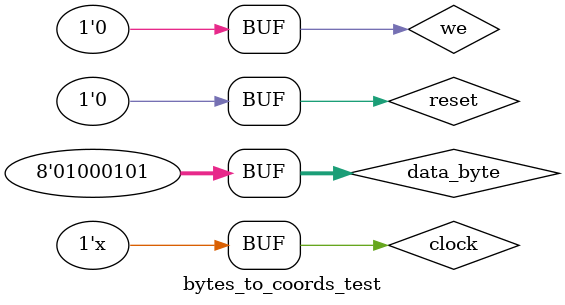
<source format=v>
`timescale 1ns / 1ps


module bytes_to_coords_test;

	// Inputs
	reg clock;
	reg reset;
	reg [7:0] data_byte;
	reg we;

	// Outputs
	wire ready;
	wire [15:0] x1;
	wire [15:0] y1;
	wire [15:0] z1;
	wire [15:0] x2;
	wire [15:0] y2;
	wire [15:0] z2;

	// Instantiate the Unit Under Test (UUT)
	Bytes_to_Coords uut (
		.clock(clock), 
		.reset(reset), 
		.data_byte(data_byte), 
		.we(we), 
		.ready(ready), 
		.x1(x1), 
		.y1(y1), 
		.z1(z1), 
		.x2(x2), 
		.y2(y2), 
		.z2(z2)
	);

	always #5 clock = !clock;
	initial begin
		// Initialize Inputs
		clock = 0;
		reset = 0;
		data_byte = 0;
		we = 0;

		// Wait 100 ns for global reset to finish
		#100;
        
		// Add stimulus here
		
		we = 1;
		data_byte = 83;
		
		#10
		we = 0;
		
		#20
		data_byte = 50;
		
		#250
		data_byte = 69;

	end
      
endmodule


</source>
